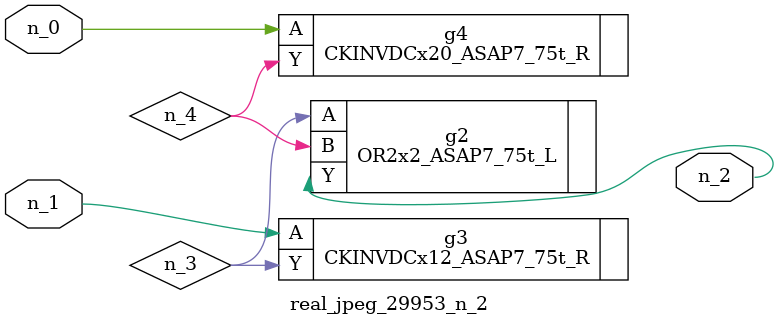
<source format=v>
module real_jpeg_29953_n_2 (n_1, n_0, n_2);

input n_1;
input n_0;

output n_2;

wire n_4;
wire n_3;

CKINVDCx20_ASAP7_75t_R g4 ( 
.A(n_0),
.Y(n_4)
);

CKINVDCx12_ASAP7_75t_R g3 ( 
.A(n_1),
.Y(n_3)
);

OR2x2_ASAP7_75t_L g2 ( 
.A(n_3),
.B(n_4),
.Y(n_2)
);


endmodule
</source>
